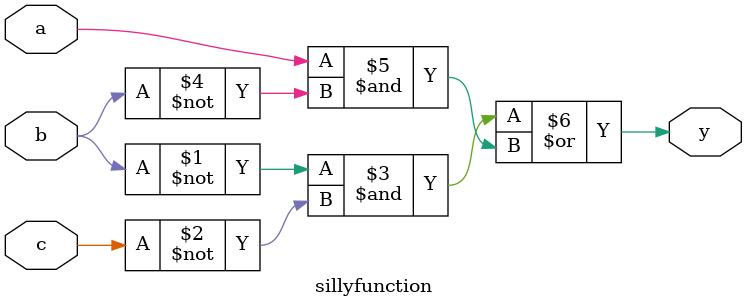
<source format=v>
module sillyfunction(input a,b,c, output y);
	assign y = ~b & ~c | a & ~b;
endmodule

</source>
